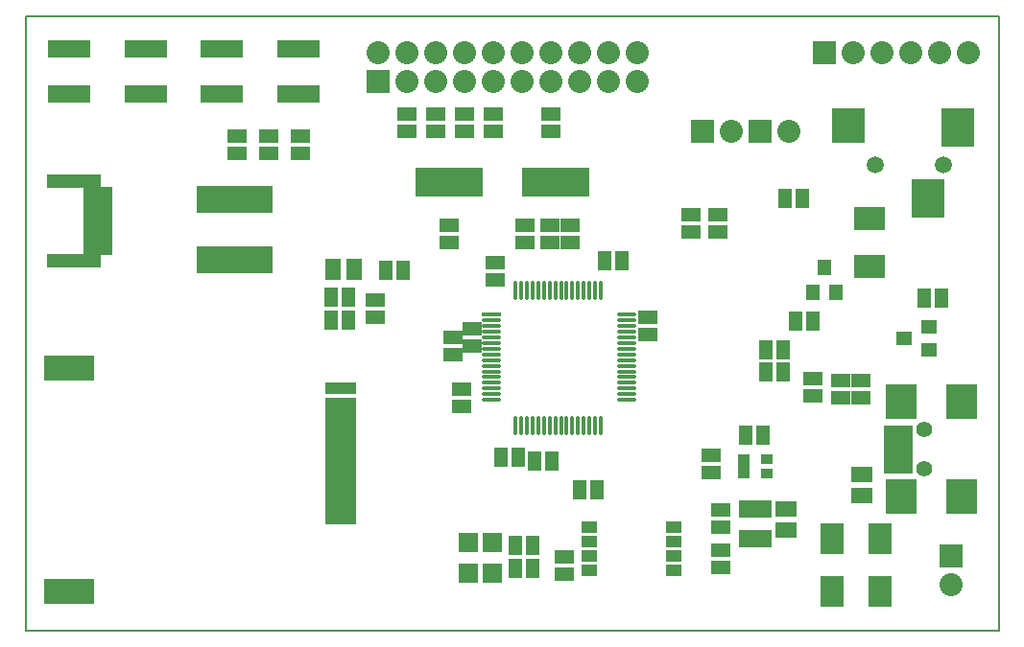
<source format=gts>
G04 (created by PCBNEW-RS274X (2011-05-25)-stable) date Wed 16 May 2012 19:41:43 CEST*
G01*
G70*
G90*
%MOIN*%
G04 Gerber Fmt 3.4, Leading zero omitted, Abs format*
%FSLAX34Y34*%
G04 APERTURE LIST*
%ADD10C,0.006000*%
%ADD11C,0.008000*%
%ADD12R,0.045000X0.065000*%
%ADD13R,0.065000X0.045000*%
%ADD14R,0.055000X0.075000*%
%ADD15R,0.075000X0.055000*%
%ADD16R,0.066000X0.015800*%
%ADD17O,0.066000X0.015800*%
%ADD18O,0.015800X0.066000*%
%ADD19R,0.080000X0.080000*%
%ADD20C,0.080000*%
%ADD21R,0.051500X0.055400*%
%ADD22R,0.055400X0.051500*%
%ADD23R,0.146000X0.059400*%
%ADD24C,0.055400*%
%ADD25R,0.098700X0.039700*%
%ADD26R,0.106600X0.118400*%
%ADD27R,0.110600X0.059400*%
%ADD28R,0.110600X0.039700*%
%ADD29R,0.177500X0.086900*%
%ADD30R,0.036000X0.094800*%
%ADD31R,0.040000X0.032000*%
%ADD32R,0.043600X0.063300*%
%ADD33R,0.110600X0.079800*%
%ADD34R,0.079800X0.110600*%
%ADD35R,0.057900X0.039700*%
%ADD36R,0.067200X0.067200*%
%ADD37R,0.114500X0.136100*%
%ADD38R,0.114500X0.124300*%
%ADD39C,0.059400*%
%ADD40R,0.236500X0.098700*%
%ADD41R,0.098700X0.043600*%
%ADD42R,0.185400X0.047600*%
G04 APERTURE END LIST*
G54D10*
G54D11*
X14450Y-56300D02*
X14450Y-34950D01*
X48250Y-56300D02*
X14450Y-56300D01*
X48250Y-34950D02*
X48250Y-56300D01*
X15250Y-34950D02*
X48250Y-34950D01*
X14450Y-34950D02*
X15250Y-34950D01*
G54D12*
X33687Y-51400D03*
X34287Y-51400D03*
X41795Y-45537D03*
X41195Y-45537D03*
X32050Y-53350D03*
X31450Y-53350D03*
X32050Y-54150D03*
X31450Y-54150D03*
X40842Y-41267D03*
X41442Y-41267D03*
X25050Y-44700D03*
X25650Y-44700D03*
X40150Y-46550D03*
X40750Y-46550D03*
X40150Y-47300D03*
X40750Y-47300D03*
G54D13*
X32700Y-38350D03*
X32700Y-38950D03*
X30700Y-38350D03*
X30700Y-38950D03*
X29700Y-38350D03*
X29700Y-38950D03*
X28700Y-38350D03*
X28700Y-38950D03*
X27700Y-38350D03*
X27700Y-38950D03*
X42750Y-48200D03*
X42750Y-47600D03*
X43450Y-48200D03*
X43450Y-47600D03*
G54D12*
X46250Y-44750D03*
X45650Y-44750D03*
X27551Y-43763D03*
X26951Y-43763D03*
G54D13*
X38600Y-52100D03*
X38600Y-52700D03*
X38600Y-54100D03*
X38600Y-53500D03*
G54D12*
X34550Y-43450D03*
X35150Y-43450D03*
X32725Y-50400D03*
X32125Y-50400D03*
G54D13*
X29150Y-42200D03*
X29150Y-42800D03*
X31800Y-42800D03*
X31800Y-42200D03*
X29600Y-47900D03*
X29600Y-48500D03*
X30750Y-44100D03*
X30750Y-43500D03*
X38500Y-42450D03*
X38500Y-41850D03*
X29300Y-46700D03*
X29300Y-46100D03*
X37550Y-42450D03*
X37550Y-41850D03*
G54D12*
X25650Y-45500D03*
X25050Y-45500D03*
G54D13*
X33350Y-42800D03*
X33350Y-42200D03*
X36050Y-46025D03*
X36050Y-45425D03*
X26600Y-45400D03*
X26600Y-44800D03*
X41800Y-48150D03*
X41800Y-47550D03*
G54D12*
X31550Y-50275D03*
X30950Y-50275D03*
G54D13*
X32647Y-42804D03*
X32647Y-42204D03*
X29950Y-46400D03*
X29950Y-45800D03*
G54D14*
X25870Y-43753D03*
X25120Y-43753D03*
G54D15*
X43500Y-50875D03*
X43500Y-51625D03*
G54D16*
X30639Y-45324D03*
G54D17*
X30639Y-45521D03*
X30639Y-45718D03*
X30639Y-45915D03*
X30639Y-46112D03*
X30639Y-46308D03*
X30639Y-46505D03*
X30639Y-46702D03*
X30639Y-46899D03*
X30639Y-47096D03*
X30639Y-47293D03*
X30639Y-47489D03*
X30639Y-47686D03*
X30639Y-47883D03*
X30639Y-48080D03*
X30639Y-48277D03*
G54D18*
X31474Y-49175D03*
X31671Y-49175D03*
X31868Y-49175D03*
X32065Y-49175D03*
X32262Y-49175D03*
X32458Y-49175D03*
X32655Y-49175D03*
X32852Y-49175D03*
X33049Y-49175D03*
X33246Y-49175D03*
X33443Y-49175D03*
X33639Y-49175D03*
X33836Y-49175D03*
X34033Y-49175D03*
X34230Y-49175D03*
X34427Y-49175D03*
G54D17*
X35325Y-48277D03*
X35325Y-48080D03*
X35325Y-47883D03*
X35325Y-47686D03*
X35325Y-47489D03*
X35325Y-47293D03*
X35325Y-47096D03*
X35325Y-46899D03*
X35325Y-46702D03*
X35325Y-46505D03*
X35325Y-46308D03*
X35325Y-46112D03*
X35325Y-45915D03*
X35325Y-45718D03*
X35325Y-45521D03*
X35325Y-45324D03*
G54D18*
X34427Y-44489D03*
X34230Y-44489D03*
X33836Y-44489D03*
X34033Y-44482D03*
X33639Y-44489D03*
X33443Y-44489D03*
X33246Y-44489D03*
X33049Y-44489D03*
X32852Y-44489D03*
X32655Y-44489D03*
X32461Y-44489D03*
X32264Y-44489D03*
X32067Y-44489D03*
X31870Y-44489D03*
X31674Y-44489D03*
X31477Y-44489D03*
G54D19*
X42200Y-36200D03*
G54D20*
X43200Y-36200D03*
X44200Y-36200D03*
X45200Y-36200D03*
X46200Y-36200D03*
X47200Y-36200D03*
G54D21*
X41806Y-44533D03*
X42594Y-44533D03*
X42200Y-43667D03*
G54D22*
X45833Y-46544D03*
X45833Y-45756D03*
X44967Y-46150D03*
G54D23*
X18639Y-36063D03*
X18639Y-37637D03*
X15961Y-37637D03*
X15961Y-36063D03*
X23939Y-36063D03*
X23939Y-37637D03*
X21261Y-37637D03*
X21261Y-36063D03*
G54D24*
X45650Y-50689D03*
X45650Y-49311D03*
G54D25*
X44764Y-50315D03*
X44764Y-50000D03*
X44764Y-49685D03*
X44764Y-49370D03*
X44764Y-50630D03*
G54D26*
X44863Y-51654D03*
X44863Y-48346D03*
X46949Y-51654D03*
X46949Y-48346D03*
G54D27*
X25403Y-52294D03*
X25403Y-51794D03*
X25403Y-50794D03*
X25403Y-51294D03*
X25403Y-50294D03*
X25403Y-49794D03*
X25403Y-49294D03*
X25403Y-48794D03*
G54D28*
X25403Y-48400D03*
X25403Y-47889D03*
G54D29*
X15954Y-47172D03*
X15954Y-54928D03*
G54D30*
X22850Y-41300D03*
X22600Y-41300D03*
X22340Y-41300D03*
X22080Y-41300D03*
X21830Y-41300D03*
X21570Y-41300D03*
X21310Y-41300D03*
X21060Y-41300D03*
X20800Y-41300D03*
X20550Y-41300D03*
X20550Y-43400D03*
X20800Y-43400D03*
X21060Y-43400D03*
X21310Y-43400D03*
X21570Y-43400D03*
X21830Y-43400D03*
X22080Y-43400D03*
X22340Y-43400D03*
X22600Y-43400D03*
X22850Y-43400D03*
G54D12*
X40050Y-49500D03*
X39450Y-49500D03*
G54D13*
X24000Y-39100D03*
X24000Y-39700D03*
X22900Y-39700D03*
X22900Y-39100D03*
X21800Y-39100D03*
X21800Y-39700D03*
X38250Y-50200D03*
X38250Y-50800D03*
G54D31*
X39400Y-50350D03*
X39400Y-50850D03*
X40200Y-50350D03*
X39400Y-50600D03*
X40200Y-50850D03*
G54D32*
X39426Y-53112D03*
X39800Y-53112D03*
X40174Y-53112D03*
X39426Y-52088D03*
X39800Y-52088D03*
X40174Y-52088D03*
G54D33*
X43750Y-43639D03*
X43750Y-41961D03*
G54D19*
X46600Y-53700D03*
G54D20*
X46600Y-54700D03*
G54D34*
X44139Y-53100D03*
X42461Y-53100D03*
X44139Y-54950D03*
X42461Y-54950D03*
G54D35*
X36955Y-52700D03*
X36955Y-54200D03*
X36955Y-53700D03*
X36955Y-53200D03*
X34045Y-54200D03*
X34045Y-53700D03*
X34046Y-53200D03*
X34045Y-52700D03*
G54D36*
X30663Y-53250D03*
X29837Y-53250D03*
X30663Y-54300D03*
X29837Y-54300D03*
G54D19*
X26700Y-37200D03*
G54D20*
X26700Y-36200D03*
X27700Y-37200D03*
X27700Y-36200D03*
X28700Y-37200D03*
X28700Y-36200D03*
X29700Y-37200D03*
X29700Y-36200D03*
X30700Y-37200D03*
X30700Y-36200D03*
X31700Y-37200D03*
X31700Y-36200D03*
X32700Y-37200D03*
X32700Y-36200D03*
X33700Y-37200D03*
X33700Y-36200D03*
X34700Y-37200D03*
X34700Y-36200D03*
X35700Y-37200D03*
X35700Y-36200D03*
G54D19*
X37950Y-38950D03*
G54D20*
X38950Y-38950D03*
G54D19*
X39950Y-38950D03*
G54D20*
X40950Y-38950D03*
G54D37*
X46843Y-38811D03*
X45780Y-41281D03*
G54D38*
X43024Y-38752D03*
G54D39*
X46331Y-40100D03*
X43969Y-40100D03*
G54D40*
X32850Y-40700D03*
X29150Y-40700D03*
G54D13*
X33178Y-53736D03*
X33178Y-54336D03*
G54D41*
X16947Y-41066D03*
X16947Y-41459D03*
X16947Y-41853D03*
X16947Y-42247D03*
X16947Y-42641D03*
X16947Y-43034D03*
G54D42*
X16120Y-40672D03*
X16120Y-43428D03*
G54D15*
X40850Y-52075D03*
X40850Y-52825D03*
M02*

</source>
